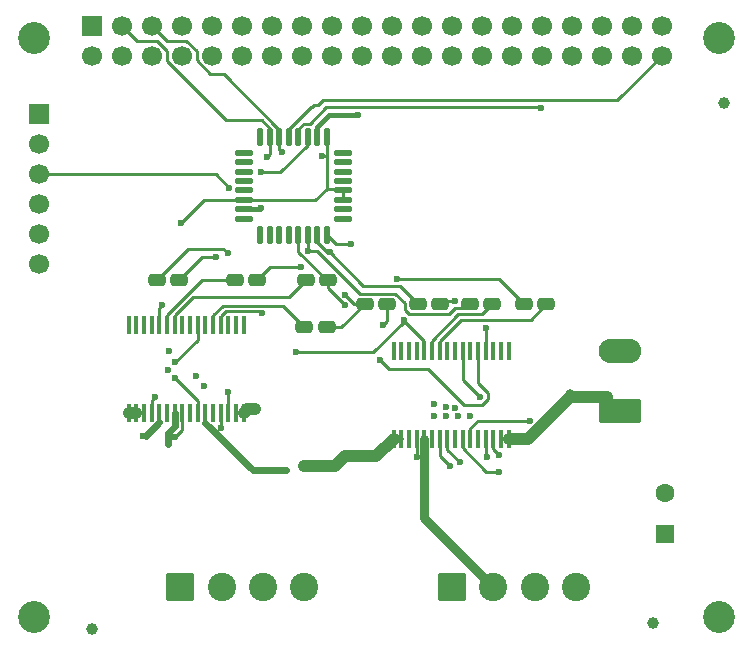
<source format=gtl>
%TF.GenerationSoftware,KiCad,Pcbnew,9.0.7*%
%TF.CreationDate,2026-02-05T23:33:27-06:00*%
%TF.ProjectId,dac_amp,6461635f-616d-4702-9e6b-696361645f70,rev?*%
%TF.SameCoordinates,Original*%
%TF.FileFunction,Copper,L1,Top*%
%TF.FilePolarity,Positive*%
%FSLAX46Y46*%
G04 Gerber Fmt 4.6, Leading zero omitted, Abs format (unit mm)*
G04 Created by KiCad (PCBNEW 9.0.7) date 2026-02-05 23:33:27*
%MOMM*%
%LPD*%
G01*
G04 APERTURE LIST*
G04 Aperture macros list*
%AMRoundRect*
0 Rectangle with rounded corners*
0 $1 Rounding radius*
0 $2 $3 $4 $5 $6 $7 $8 $9 X,Y pos of 4 corners*
0 Add a 4 corners polygon primitive as box body*
4,1,4,$2,$3,$4,$5,$6,$7,$8,$9,$2,$3,0*
0 Add four circle primitives for the rounded corners*
1,1,$1+$1,$2,$3*
1,1,$1+$1,$4,$5*
1,1,$1+$1,$6,$7*
1,1,$1+$1,$8,$9*
0 Add four rect primitives between the rounded corners*
20,1,$1+$1,$2,$3,$4,$5,0*
20,1,$1+$1,$4,$5,$6,$7,0*
20,1,$1+$1,$6,$7,$8,$9,0*
20,1,$1+$1,$8,$9,$2,$3,0*%
G04 Aperture macros list end*
%TA.AperFunction,SMDPad,CuDef*%
%ADD10C,1.000000*%
%TD*%
%TA.AperFunction,ComponentPad*%
%ADD11RoundRect,0.250001X-0.949999X-0.949999X0.949999X-0.949999X0.949999X0.949999X-0.949999X0.949999X0*%
%TD*%
%TA.AperFunction,ComponentPad*%
%ADD12C,2.400000*%
%TD*%
%TA.AperFunction,ComponentPad*%
%ADD13RoundRect,0.250000X0.550000X-0.550000X0.550000X0.550000X-0.550000X0.550000X-0.550000X-0.550000X0*%
%TD*%
%TA.AperFunction,ComponentPad*%
%ADD14C,1.600000*%
%TD*%
%TA.AperFunction,SMDPad,CuDef*%
%ADD15RoundRect,0.137500X-0.137500X0.600000X-0.137500X-0.600000X0.137500X-0.600000X0.137500X0.600000X0*%
%TD*%
%TA.AperFunction,SMDPad,CuDef*%
%ADD16RoundRect,0.137500X-0.600000X0.137500X-0.600000X-0.137500X0.600000X-0.137500X0.600000X0.137500X0*%
%TD*%
%TA.AperFunction,SMDPad,CuDef*%
%ADD17RoundRect,0.100000X-0.100000X0.687500X-0.100000X-0.687500X0.100000X-0.687500X0.100000X0.687500X0*%
%TD*%
%TA.AperFunction,ComponentPad*%
%ADD18R,1.700000X1.700000*%
%TD*%
%TA.AperFunction,ComponentPad*%
%ADD19C,1.700000*%
%TD*%
%TA.AperFunction,ComponentPad*%
%ADD20RoundRect,0.250001X-0.949999X0.949999X-0.949999X-0.949999X0.949999X-0.949999X0.949999X0.949999X0*%
%TD*%
%TA.AperFunction,ComponentPad*%
%ADD21C,2.700000*%
%TD*%
%TA.AperFunction,ComponentPad*%
%ADD22RoundRect,0.249999X-1.550001X0.790001X-1.550001X-0.790001X1.550001X-0.790001X1.550001X0.790001X0*%
%TD*%
%TA.AperFunction,ComponentPad*%
%ADD23O,3.600000X2.080000*%
%TD*%
%TA.AperFunction,SMDPad,CuDef*%
%ADD24RoundRect,0.250000X-0.475000X0.250000X-0.475000X-0.250000X0.475000X-0.250000X0.475000X0.250000X0*%
%TD*%
%TA.AperFunction,SMDPad,CuDef*%
%ADD25RoundRect,0.250000X0.475000X-0.250000X0.475000X0.250000X-0.475000X0.250000X-0.475000X-0.250000X0*%
%TD*%
%TA.AperFunction,ViaPad*%
%ADD26C,0.600000*%
%TD*%
%TA.AperFunction,ViaPad*%
%ADD27C,0.800000*%
%TD*%
%TA.AperFunction,Conductor*%
%ADD28C,0.400000*%
%TD*%
%TA.AperFunction,Conductor*%
%ADD29C,0.250000*%
%TD*%
%TA.AperFunction,Conductor*%
%ADD30C,1.000000*%
%TD*%
%TA.AperFunction,Conductor*%
%ADD31C,0.500000*%
%TD*%
%TA.AperFunction,Conductor*%
%ADD32C,0.600000*%
%TD*%
%TA.AperFunction,Conductor*%
%ADD33C,0.750000*%
%TD*%
G04 APERTURE END LIST*
D10*
%TO.P,REF\u002A\u002A,*%
%TO.N,*%
X157500000Y-86000000D03*
%TD*%
%TO.P,REF\u002A\u002A,*%
%TO.N,*%
X163500000Y-42000000D03*
%TD*%
%TO.P,REF\u002A\u002A,*%
%TO.N,*%
X110000000Y-86500000D03*
%TD*%
D11*
%TO.P,J3,1,Pin_1*%
%TO.N,/U3_OUTPL*%
X117500000Y-83000000D03*
D12*
%TO.P,J3,2,Pin_2*%
%TO.N,/U3_OUTNL*%
X121000000Y-83000000D03*
%TO.P,J3,3,Pin_3*%
%TO.N,/U3_OUTPR*%
X124500000Y-83000000D03*
%TO.P,J3,4,Pin_4*%
%TO.N,/U3_OUTNR*%
X128000000Y-83000000D03*
%TD*%
D13*
%TO.P,C31,1*%
%TO.N,/+12V*%
X158500000Y-78500000D03*
D14*
%TO.P,C31,2*%
%TO.N,GND*%
X158500000Y-75000000D03*
%TD*%
D15*
%TO.P,U1,1,DVDD*%
%TO.N,+3.3V*%
X129887500Y-44837500D03*
%TO.P,U1,2,DGND*%
%TO.N,GND*%
X129087500Y-44837500D03*
%TO.P,U1,3,BCK*%
%TO.N,I2S_BCK*%
X128287500Y-44837500D03*
%TO.P,U1,4,LRCK*%
%TO.N,I2S_LRCK*%
X127487500Y-44837500D03*
%TO.P,U1,5,DIN*%
%TO.N,I2S_DOUT*%
X126687500Y-44837500D03*
%TO.P,U1,6,SCL*%
%TO.N,I2C_SCL*%
X125887500Y-44837500D03*
%TO.P,U1,7,SDA*%
%TO.N,I2C_SDA*%
X125087500Y-44837500D03*
%TO.P,U1,8*%
%TO.N,N/C*%
X124287500Y-44837500D03*
D16*
%TO.P,U1,9*%
X122925000Y-46200000D03*
%TO.P,U1,10*%
X122925000Y-47000000D03*
%TO.P,U1,11*%
X122925000Y-47800000D03*
%TO.P,U1,12*%
X122925000Y-48600000D03*
%TO.P,U1,13*%
X122925000Y-49400000D03*
%TO.P,U1,14,AVDD*%
%TO.N,+3.3V*%
X122925000Y-50200000D03*
%TO.P,U1,15,AGND*%
%TO.N,GND*%
X122925000Y-51000000D03*
%TO.P,U1,16*%
%TO.N,N/C*%
X122925000Y-51800000D03*
D15*
%TO.P,U1,17*%
X124287500Y-53162500D03*
%TO.P,U1,18*%
X125087500Y-53162500D03*
%TO.P,U1,19*%
X125887500Y-53162500D03*
%TO.P,U1,20*%
X126687500Y-53162500D03*
%TO.P,U1,21,OUTL+*%
%TO.N,/DAC_OUTL+*%
X127487500Y-53162500D03*
%TO.P,U1,22,OUTL-*%
%TO.N,/DAC_OUTL-*%
X128287500Y-53162500D03*
%TO.P,U1,23,OUTR+*%
%TO.N,/DAC_OUTR+*%
X129087500Y-53162500D03*
%TO.P,U1,24,OUTR-*%
%TO.N,/DAC_OUTR-*%
X129887500Y-53162500D03*
D16*
%TO.P,U1,25*%
%TO.N,N/C*%
X131250000Y-51800000D03*
%TO.P,U1,26*%
X131250000Y-51000000D03*
%TO.P,U1,27,XSMT*%
%TO.N,+3.3V*%
X131250000Y-50200000D03*
%TO.P,U1,28,MUTE*%
X131250000Y-49400000D03*
%TO.P,U1,29*%
%TO.N,N/C*%
X131250000Y-48600000D03*
%TO.P,U1,30*%
X131250000Y-47800000D03*
%TO.P,U1,31*%
X131250000Y-47000000D03*
%TO.P,U1,32*%
X131250000Y-46200000D03*
%TD*%
D17*
%TO.P,U3,1,MODSEL*%
%TO.N,GND*%
X122875000Y-60787500D03*
%TO.P,U3,2,SDZ*%
%TO.N,/+12V*%
X122225000Y-60787500D03*
%TO.P,U3,3,FAULTZ*%
%TO.N,unconnected-(U3-FAULTZ-Pad3)*%
X121575000Y-60787500D03*
%TO.P,U3,4,RINP*%
%TO.N,/U3_RINP*%
X120925000Y-60787500D03*
%TO.P,U3,5,RINN*%
%TO.N,/U3_RINN*%
X120275000Y-60787500D03*
%TO.P,U3,6,PLIMIT*%
%TO.N,unconnected-(U3-PLIMIT-Pad6)*%
X119625000Y-60787500D03*
%TO.P,U3,7,GVDD*%
%TO.N,/U3_GVDD*%
X118975000Y-60787500D03*
%TO.P,U3,8,GAIN/SLV*%
%TO.N,GND*%
X118325000Y-60787500D03*
%TO.P,U3,9,GND_9*%
X117675000Y-60787500D03*
%TO.P,U3,10,LINP*%
%TO.N,/U3_LINP*%
X117025000Y-60787500D03*
%TO.P,U3,11,LINN*%
%TO.N,/U3_LINN*%
X116375000Y-60787500D03*
%TO.P,U3,12,MUTE*%
%TO.N,+3.3V*%
X115725000Y-60787500D03*
%TO.P,U3,13,AM2*%
%TO.N,GND*%
X115075000Y-60787500D03*
%TO.P,U3,14,AM1*%
X114425000Y-60787500D03*
%TO.P,U3,15,AM0*%
X113775000Y-60787500D03*
%TO.P,U3,16,SYNC*%
%TO.N,unconnected-(U3-SYNC-Pad16)*%
X113125000Y-60787500D03*
%TO.P,U3,17,AVCC*%
%TO.N,/+12V*%
X113125000Y-68212500D03*
%TO.P,U3,18,PVCC_18*%
X113775000Y-68212500D03*
%TO.P,U3,19,PVCC_19*%
X114425000Y-68212500D03*
%TO.P,U3,20,BSNL*%
%TO.N,/U3_BSNL*%
X115075000Y-68212500D03*
%TO.P,U3,21,OUTNL*%
%TO.N,/U3_OUTNL*%
X115725000Y-68212500D03*
%TO.P,U3,22,GND_22*%
%TO.N,GND*%
X116375000Y-68212500D03*
%TO.P,U3,23,OUTPL*%
%TO.N,/U3_OUTPL*%
X117025000Y-68212500D03*
%TO.P,U3,24,BSPL*%
%TO.N,/U3_BSPL*%
X117675000Y-68212500D03*
%TO.P,U3,25,GND_25*%
%TO.N,GND*%
X118325000Y-68212500D03*
%TO.P,U3,26,BSNR*%
%TO.N,/U3_BSNR*%
X118975000Y-68212500D03*
%TO.P,U3,27,OUTNR*%
%TO.N,/U3_OUTNR*%
X119625000Y-68212500D03*
%TO.P,U3,28,GND_28*%
%TO.N,GND*%
X120275000Y-68212500D03*
%TO.P,U3,29,OUTPR*%
%TO.N,/U3_OUTPR*%
X120925000Y-68212500D03*
%TO.P,U3,30,BSPR*%
%TO.N,/U3_BSPR*%
X121575000Y-68212500D03*
%TO.P,U3,31,PVCC_31*%
%TO.N,/+12V*%
X122225000Y-68212500D03*
%TO.P,U3,32,PVCC_32*%
X122875000Y-68212500D03*
%TD*%
D18*
%TO.P,J7,1,Pin_1*%
%TO.N,unconnected-(J7-Pin_1-Pad1)*%
X109980000Y-35460000D03*
D19*
%TO.P,J7,2,Pin_2*%
%TO.N,unconnected-(J7-Pin_2-Pad2)*%
X109980000Y-38000000D03*
%TO.P,J7,3,Pin_3*%
%TO.N,I2C_SDA*%
X112520000Y-35460000D03*
%TO.P,J7,4,Pin_4*%
%TO.N,unconnected-(J7-Pin_4-Pad4)*%
X112520000Y-38000000D03*
%TO.P,J7,5,Pin_5*%
%TO.N,I2C_SCL*%
X115060000Y-35460000D03*
%TO.P,J7,6,Pin_6*%
%TO.N,unconnected-(J7-Pin_6-Pad6)*%
X115060000Y-38000000D03*
%TO.P,J7,7,Pin_7*%
%TO.N,unconnected-(J7-Pin_7-Pad7)*%
X117600000Y-35460000D03*
%TO.P,J7,8,Pin_8*%
%TO.N,unconnected-(J7-Pin_8-Pad8)*%
X117600000Y-38000000D03*
%TO.P,J7,9,Pin_9*%
%TO.N,unconnected-(J7-Pin_9-Pad9)*%
X120140000Y-35460000D03*
%TO.P,J7,10,Pin_10*%
%TO.N,unconnected-(J7-Pin_10-Pad10)*%
X120140000Y-38000000D03*
%TO.P,J7,11,Pin_11*%
%TO.N,unconnected-(J7-Pin_11-Pad11)*%
X122680000Y-35460000D03*
%TO.P,J7,12,Pin_12*%
%TO.N,I2S_BCK*%
X122680000Y-38000000D03*
%TO.P,J7,13,Pin_13*%
%TO.N,unconnected-(J7-Pin_13-Pad13)*%
X125220000Y-35460000D03*
%TO.P,J7,14,Pin_14*%
%TO.N,unconnected-(J7-Pin_14-Pad14)*%
X125220000Y-38000000D03*
%TO.P,J7,15,Pin_15*%
%TO.N,unconnected-(J7-Pin_15-Pad15)*%
X127760000Y-35460000D03*
%TO.P,J7,16,Pin_16*%
%TO.N,unconnected-(J7-Pin_16-Pad16)*%
X127760000Y-38000000D03*
%TO.P,J7,17,Pin_17*%
%TO.N,unconnected-(J7-Pin_17-Pad17)*%
X130300000Y-35460000D03*
%TO.P,J7,18,Pin_18*%
%TO.N,unconnected-(J7-Pin_18-Pad18)*%
X130300000Y-38000000D03*
%TO.P,J7,19,Pin_19*%
%TO.N,unconnected-(J7-Pin_19-Pad19)*%
X132840000Y-35460000D03*
%TO.P,J7,20,Pin_20*%
%TO.N,unconnected-(J7-Pin_20-Pad20)*%
X132840000Y-38000000D03*
%TO.P,J7,21,Pin_21*%
%TO.N,unconnected-(J7-Pin_21-Pad21)*%
X135380000Y-35460000D03*
%TO.P,J7,22,Pin_22*%
%TO.N,unconnected-(J7-Pin_22-Pad22)*%
X135380000Y-38000000D03*
%TO.P,J7,23,Pin_23*%
%TO.N,unconnected-(J7-Pin_23-Pad23)*%
X137920000Y-35460000D03*
%TO.P,J7,24,Pin_24*%
%TO.N,unconnected-(J7-Pin_24-Pad24)*%
X137920000Y-38000000D03*
%TO.P,J7,25,Pin_25*%
%TO.N,unconnected-(J7-Pin_25-Pad25)*%
X140460000Y-35460000D03*
%TO.P,J7,26,Pin_26*%
%TO.N,unconnected-(J7-Pin_26-Pad26)*%
X140460000Y-38000000D03*
%TO.P,J7,27,Pin_27*%
%TO.N,unconnected-(J7-Pin_27-Pad27)*%
X143000000Y-35460000D03*
%TO.P,J7,28,Pin_28*%
%TO.N,unconnected-(J7-Pin_28-Pad28)*%
X143000000Y-38000000D03*
%TO.P,J7,29,Pin_29*%
%TO.N,unconnected-(J7-Pin_29-Pad29)*%
X145540000Y-35460000D03*
%TO.P,J7,30,Pin_30*%
%TO.N,unconnected-(J7-Pin_30-Pad30)*%
X145540000Y-38000000D03*
%TO.P,J7,31,Pin_31*%
%TO.N,unconnected-(J7-Pin_31-Pad31)*%
X148080000Y-35460000D03*
%TO.P,J7,32,Pin_32*%
%TO.N,unconnected-(J7-Pin_32-Pad32)*%
X148080000Y-38000000D03*
%TO.P,J7,33,Pin_33*%
%TO.N,unconnected-(J7-Pin_33-Pad33)*%
X150620000Y-35460000D03*
%TO.P,J7,34,Pin_34*%
%TO.N,GND*%
X150620000Y-38000000D03*
%TO.P,J7,35,Pin_35*%
%TO.N,I2S_LRCK*%
X153160000Y-35460000D03*
%TO.P,J7,36,Pin_36*%
%TO.N,unconnected-(J7-Pin_36-Pad36)*%
X153160000Y-38000000D03*
%TO.P,J7,37,Pin_37*%
%TO.N,unconnected-(J7-Pin_37-Pad37)*%
X155700000Y-35460000D03*
%TO.P,J7,38,Pin_38*%
%TO.N,unconnected-(J7-Pin_38-Pad38)*%
X155700000Y-38000000D03*
%TO.P,J7,39,Pin_39*%
%TO.N,unconnected-(J7-Pin_39-Pad39)*%
X158240000Y-35460000D03*
%TO.P,J7,40,Pin_40*%
%TO.N,I2S_DOUT*%
X158240000Y-38000000D03*
%TD*%
D17*
%TO.P,U4,1,MODSEL*%
%TO.N,GND*%
X145300000Y-63000000D03*
%TO.P,U4,2,SDZ*%
%TO.N,/+12V*%
X144650000Y-63000000D03*
%TO.P,U4,3,FAULTZ*%
%TO.N,unconnected-(U4-FAULTZ-Pad3)*%
X144000000Y-63000000D03*
%TO.P,U4,4,RINP*%
%TO.N,/U4_RINP*%
X143350000Y-63000000D03*
%TO.P,U4,5,RINN*%
%TO.N,/U4_RINN*%
X142700000Y-63000000D03*
%TO.P,U4,6,PLIMIT*%
%TO.N,unconnected-(U4-PLIMIT-Pad6)*%
X142050000Y-63000000D03*
%TO.P,U4,7,GVDD*%
%TO.N,/U4_GVDD*%
X141400000Y-63000000D03*
%TO.P,U4,8,GAIN/SLV*%
%TO.N,GND*%
X140750000Y-63000000D03*
%TO.P,U4,9,GND_9*%
X140100000Y-63000000D03*
%TO.P,U4,10,LINP*%
%TO.N,/U4_LINP*%
X139450000Y-63000000D03*
%TO.P,U4,11,LINN*%
%TO.N,/U4_LINN*%
X138800000Y-63000000D03*
%TO.P,U4,12,MUTE*%
%TO.N,+3.3V*%
X138150000Y-63000000D03*
%TO.P,U4,13,AM2*%
%TO.N,GND*%
X137500000Y-63000000D03*
%TO.P,U4,14,AM1*%
X136850000Y-63000000D03*
%TO.P,U4,15,AM0*%
X136200000Y-63000000D03*
%TO.P,U4,16,SYNC*%
%TO.N,unconnected-(U4-SYNC-Pad16)*%
X135550000Y-63000000D03*
%TO.P,U4,17,AVCC*%
%TO.N,/+12V*%
X135550000Y-70425000D03*
%TO.P,U4,18,PVCC_18*%
X136200000Y-70425000D03*
%TO.P,U4,19,PVCC_19*%
X136850000Y-70425000D03*
%TO.P,U4,20,BSNL*%
%TO.N,/U4_BSNL*%
X137500000Y-70425000D03*
%TO.P,U4,21,OUTNL*%
%TO.N,/U4_OUTNL*%
X138150000Y-70425000D03*
%TO.P,U4,22,GND_22*%
%TO.N,GND*%
X138800000Y-70425000D03*
%TO.P,U4,23,OUTPL*%
%TO.N,/U4_OUTPL*%
X139450000Y-70425000D03*
%TO.P,U4,24,BSPL*%
%TO.N,/U4_BSPL*%
X140100000Y-70425000D03*
%TO.P,U4,25,GND_25*%
%TO.N,GND*%
X140750000Y-70425000D03*
%TO.P,U4,26,BSNR*%
%TO.N,/U4_BSNR*%
X141400000Y-70425000D03*
%TO.P,U4,27,OUTNR*%
%TO.N,/U4_OUTNR*%
X142050000Y-70425000D03*
%TO.P,U4,28,GND_28*%
%TO.N,GND*%
X142700000Y-70425000D03*
%TO.P,U4,29,OUTPR*%
%TO.N,/U4_OUTPR*%
X143350000Y-70425000D03*
%TO.P,U4,30,BSPR*%
%TO.N,/U4_BSPR*%
X144000000Y-70425000D03*
%TO.P,U4,31,PVCC_31*%
%TO.N,/+12V*%
X144650000Y-70425000D03*
%TO.P,U4,32,PVCC_32*%
X145300000Y-70425000D03*
%TD*%
D20*
%TO.P,J4,1,Pin_1*%
%TO.N,/U4_OUTPL*%
X140500000Y-83000000D03*
D12*
%TO.P,J4,2,Pin_2*%
%TO.N,/U4_OUTNL*%
X144000000Y-83000000D03*
%TO.P,J4,3,Pin_3*%
%TO.N,/U4_OUTPR*%
X147500000Y-83000000D03*
%TO.P,J4,4,Pin_4*%
%TO.N,/U4_OUTNR*%
X151000000Y-83000000D03*
%TD*%
D21*
%TO.P,H1,1*%
%TO.N,N/C*%
X105100000Y-36520000D03*
%TD*%
%TO.P,H2,1*%
%TO.N,N/C*%
X163100000Y-36520000D03*
%TD*%
%TO.P,H3,1*%
%TO.N,N/C*%
X105100000Y-85520000D03*
%TD*%
%TO.P,H4,1*%
%TO.N,N/C*%
X163100000Y-85520000D03*
%TD*%
D18*
%TO.P,J1,1,Pin_1*%
%TO.N,unconnected-(J1-Pin_1-Pad1)*%
X105500000Y-42960000D03*
D19*
%TO.P,J1,2,Pin_2*%
%TO.N,unconnected-(J1-Pin_2-Pad2)*%
X105500000Y-45500000D03*
%TO.P,J1,3,Pin_3*%
%TO.N,I2S_BCK*%
X105500000Y-48040000D03*
%TO.P,J1,4,Pin_4*%
%TO.N,unconnected-(J1-Pin_4-Pad4)*%
X105500000Y-50580000D03*
%TO.P,J1,5,Pin_5*%
%TO.N,unconnected-(J1-Pin_5-Pad5)*%
X105500000Y-53120000D03*
%TO.P,J1,6,Pin_6*%
%TO.N,unconnected-(J1-Pin_6-Pad6)*%
X105500000Y-55660000D03*
%TD*%
D22*
%TO.P,J2,1,Pin_1*%
%TO.N,/+12V*%
X154722500Y-68045000D03*
D23*
%TO.P,J2,2,Pin_2*%
%TO.N,GND*%
X154722500Y-62965000D03*
%TD*%
D24*
%TO.P,C27,1*%
%TO.N,/DAC_OUTL+*%
X146600000Y-59000000D03*
%TO.P,C27,2*%
%TO.N,/U4_LINP*%
X148500000Y-59000000D03*
%TD*%
%TO.P,C28,1*%
%TO.N,/DAC_OUTL-*%
X142000000Y-59000000D03*
%TO.P,C28,2*%
%TO.N,/U4_LINN*%
X143900000Y-59000000D03*
%TD*%
D25*
%TO.P,C25,1*%
%TO.N,/DAC_OUTR+*%
X117400000Y-57000000D03*
%TO.P,C25,2*%
%TO.N,/U3_RINP*%
X115500000Y-57000000D03*
%TD*%
D24*
%TO.P,C30,1*%
%TO.N,/DAC_OUTR-*%
X133100000Y-59000000D03*
%TO.P,C30,2*%
%TO.N,/U4_RINN*%
X135000000Y-59000000D03*
%TD*%
%TO.P,C29,1*%
%TO.N,/DAC_OUTR+*%
X137600000Y-59000000D03*
%TO.P,C29,2*%
%TO.N,/U4_RINP*%
X139500000Y-59000000D03*
%TD*%
D25*
%TO.P,C23,1*%
%TO.N,/DAC_OUTL+*%
X130000000Y-57000000D03*
%TO.P,C23,2*%
%TO.N,/U3_LINP*%
X128100000Y-57000000D03*
%TD*%
%TO.P,C26,1*%
%TO.N,/DAC_OUTR-*%
X129900000Y-61000000D03*
%TO.P,C26,2*%
%TO.N,/U3_RINN*%
X128000000Y-61000000D03*
%TD*%
%TO.P,C24,1*%
%TO.N,/DAC_OUTL-*%
X124000000Y-57000000D03*
%TO.P,C24,2*%
%TO.N,/U3_LINN*%
X122100000Y-57000000D03*
%TD*%
D26*
%TO.N,GND*%
X141000000Y-68500000D03*
X140771839Y-67800194D03*
X142000000Y-68500000D03*
X118838909Y-65123752D03*
X116446635Y-64602735D03*
X139000000Y-68500000D03*
X124323800Y-50921000D03*
X116500000Y-63000000D03*
X119500000Y-66000000D03*
X132538400Y-43049800D03*
X139979306Y-67701127D03*
X139000000Y-67500000D03*
X140000000Y-68500000D03*
%TO.N,+3.3V*%
X136406200Y-60369300D03*
X127319500Y-63106200D03*
X115969600Y-59111000D03*
X129512800Y-46487200D03*
X117575400Y-52126200D03*
%TO.N,I2S_BCK*%
X121653900Y-49168300D03*
X124323800Y-47842000D03*
%TO.N,I2C_SDA*%
X124842300Y-46528400D03*
%TO.N,I2S_LRCK*%
X147994900Y-42391200D03*
%TO.N,I2C_SCL*%
X126098300Y-46187200D03*
D27*
%TO.N,/+12V*%
X131450000Y-71887600D03*
X127999900Y-72754000D03*
X150475000Y-66616800D03*
X123802700Y-67939000D03*
D26*
%TO.N,/U3_BSPL*%
X117084700Y-70264700D03*
%TO.N,/U3_BSNL*%
X115338100Y-66865400D03*
%TO.N,/U3_BSPR*%
X121498900Y-66430700D03*
%TO.N,/U3_BSNR*%
X117017600Y-65260500D03*
%TO.N,/U4_BSNL*%
X137498700Y-71942000D03*
%TO.N,/U4_BSPL*%
X141138100Y-72399400D03*
%TO.N,/U4_BSNR*%
X144522100Y-73232300D03*
%TO.N,/U4_BSPR*%
X144476100Y-71773500D03*
%TO.N,/U3_GVDD*%
X117043800Y-63957800D03*
%TO.N,/U4_GVDD*%
X142832100Y-66884000D03*
%TO.N,/DAC_OUTL+*%
X135840300Y-56863300D03*
X131418100Y-59078400D03*
%TO.N,/DAC_OUTL-*%
X128332500Y-54568100D03*
X127692000Y-55872100D03*
%TO.N,/U3_RINP*%
X124395000Y-59807900D03*
X121537800Y-54729200D03*
%TO.N,/DAC_OUTR+*%
X130161100Y-54654900D03*
X120539100Y-55052100D03*
%TO.N,/DAC_OUTR-*%
X131912200Y-53958700D03*
X131462300Y-58221200D03*
%TO.N,/U4_RINP*%
X143350000Y-61032900D03*
X140750000Y-58760600D03*
%TO.N,/U4_RINN*%
X134435800Y-63787500D03*
X134687900Y-60769200D03*
%TO.N,/U3_OUTNL*%
X114334200Y-70176500D03*
%TO.N,/U3_OUTNR*%
X126466500Y-73080900D03*
%TO.N,/U3_OUTPR*%
X120982700Y-69502200D03*
%TO.N,/U3_OUTPL*%
X116505100Y-70893000D03*
%TO.N,/U4_OUTNR*%
X147107500Y-68916500D03*
%TO.N,/U4_OUTPL*%
X140309500Y-72702400D03*
%TO.N,/U4_OUTPR*%
X143471900Y-71986000D03*
%TD*%
D28*
%TO.N,GND*%
X132538400Y-43049800D02*
X130095800Y-43049800D01*
X129087500Y-44058100D02*
X129087500Y-44837500D01*
X124244800Y-51000000D02*
X122925000Y-51000000D01*
X124323800Y-50921000D02*
X124244800Y-51000000D01*
X130095800Y-43049800D02*
X129087500Y-44058100D01*
D29*
%TO.N,+3.3V*%
X138150000Y-62129200D02*
X138150000Y-63000000D01*
X129887500Y-49250000D02*
X128937500Y-50200000D01*
X128937500Y-50200000D02*
X122925000Y-50200000D01*
X115725000Y-59355600D02*
X115725000Y-60787500D01*
X127319500Y-63106200D02*
X133810000Y-63106200D01*
X131250000Y-50200000D02*
X131250000Y-49400000D01*
X131100000Y-49250000D02*
X129887500Y-49250000D01*
X119501600Y-50200000D02*
X122925000Y-50200000D01*
X129887500Y-46487200D02*
X129887500Y-44837500D01*
X129512800Y-46487200D02*
X129887500Y-46487200D01*
X129887500Y-49250000D02*
X129887500Y-46487200D01*
X131250000Y-49400000D02*
X131100000Y-49250000D01*
X136406200Y-60510000D02*
X136530800Y-60510000D01*
X136530800Y-60510000D02*
X138150000Y-62129200D01*
X117575400Y-52126200D02*
X119501600Y-50200000D01*
X136406200Y-60510000D02*
X136406200Y-60369300D01*
X115969600Y-59111000D02*
X115725000Y-59355600D01*
X133810000Y-63106200D02*
X136406200Y-60510000D01*
%TO.N,I2S_BCK*%
X128287500Y-45517200D02*
X128287500Y-44837500D01*
X120525600Y-48040000D02*
X121653900Y-49168300D01*
X125962700Y-47842000D02*
X128287500Y-45517200D01*
X124323800Y-47842000D02*
X125962700Y-47842000D01*
X105500000Y-48040000D02*
X120525600Y-48040000D01*
%TO.N,I2C_SDA*%
X115490900Y-36730000D02*
X113790000Y-36730000D01*
X116330000Y-38409900D02*
X116330000Y-37569100D01*
X113790000Y-36730000D02*
X112520000Y-35460000D01*
X125087500Y-44837500D02*
X125087500Y-44173000D01*
X124842300Y-46528400D02*
X125087500Y-46283200D01*
X121391900Y-43471800D02*
X116330000Y-38409900D01*
X125087500Y-44173000D02*
X124386300Y-43471800D01*
X125087500Y-46283200D02*
X125087500Y-44837500D01*
X116330000Y-37569100D02*
X115490900Y-36730000D01*
X124386300Y-43471800D02*
X121391900Y-43471800D01*
%TO.N,I2S_LRCK*%
X128479600Y-43734300D02*
X129859100Y-42354800D01*
X129859100Y-42354800D02*
X147958500Y-42354800D01*
X147958500Y-42354800D02*
X147994900Y-42391200D01*
X127487500Y-44236100D02*
X127989300Y-43734300D01*
X127487500Y-44837500D02*
X127487500Y-44236100D01*
X127989300Y-43734300D02*
X128479600Y-43734300D01*
%TO.N,I2C_SCL*%
X125887500Y-44837500D02*
X125887500Y-44241600D01*
X117994800Y-36730000D02*
X116330000Y-36730000D01*
X116330000Y-36730000D02*
X115060000Y-35460000D01*
X125887500Y-44241600D02*
X121223600Y-39577700D01*
X121223600Y-39577700D02*
X120051800Y-39577700D01*
X118870000Y-37605200D02*
X117994800Y-36730000D01*
X125887500Y-45976400D02*
X125887500Y-44837500D01*
X120051800Y-39577700D02*
X118870000Y-38395900D01*
X118870000Y-38395900D02*
X118870000Y-37605200D01*
X126098300Y-46187200D02*
X125887500Y-45976400D01*
%TO.N,I2S_DOUT*%
X129351000Y-41998900D02*
X129165400Y-42184500D01*
X128822600Y-42186000D02*
X128635500Y-42373100D01*
X128548300Y-42373100D02*
X126687500Y-44233900D01*
X128824100Y-42184500D02*
X128822600Y-42186000D01*
X158240000Y-38000000D02*
X154505700Y-41734300D01*
X154505700Y-41734300D02*
X129615600Y-41734300D01*
X129615600Y-41734300D02*
X129351000Y-41998900D01*
X128635500Y-42373100D02*
X128548300Y-42373100D01*
X129165400Y-42184500D02*
X128824100Y-42184500D01*
X128822600Y-42186000D02*
X128635500Y-42373100D01*
X126687500Y-44233900D02*
X126687500Y-44837500D01*
X129351000Y-41998900D02*
X129165400Y-42184500D01*
D30*
%TO.N,/+12V*%
X146965700Y-70425000D02*
X145300000Y-70425000D01*
X123148500Y-67939000D02*
X122875000Y-68212500D01*
D31*
X153593200Y-66915700D02*
X154722500Y-68045000D01*
D30*
X113775000Y-68212500D02*
X113125000Y-68212500D01*
X150475000Y-66915700D02*
X153593200Y-66915700D01*
X150475000Y-66915700D02*
X146965700Y-70425000D01*
X134087400Y-71887600D02*
X135550000Y-70425000D01*
D31*
X150475000Y-66915700D02*
X150475000Y-66616800D01*
D30*
X131450000Y-71887600D02*
X134087400Y-71887600D01*
X130583600Y-72754000D02*
X131450000Y-71887600D01*
X123802700Y-67939000D02*
X123148500Y-67939000D01*
X127999900Y-72754000D02*
X130583600Y-72754000D01*
D31*
X136200000Y-70425000D02*
X135550000Y-70425000D01*
D29*
%TO.N,/U3_BSPL*%
X117675000Y-68212500D02*
X117675000Y-69674400D01*
X117675000Y-69674400D02*
X117084700Y-70264700D01*
%TO.N,/U3_BSNL*%
X115075000Y-67128500D02*
X115075000Y-68212500D01*
X115338100Y-66865400D02*
X115075000Y-67128500D01*
%TO.N,/U3_BSPR*%
X121575000Y-68212500D02*
X121575000Y-66506800D01*
X121575000Y-66506800D02*
X121498900Y-66430700D01*
%TO.N,/U3_BSNR*%
X118975000Y-68212500D02*
X118975000Y-67217900D01*
X118975000Y-67217900D02*
X117017600Y-65260500D01*
%TO.N,/U4_BSNL*%
X137498700Y-70426300D02*
X137500000Y-70425000D01*
X137498700Y-71942000D02*
X137498700Y-70426300D01*
%TO.N,/U4_BSPL*%
X140100000Y-71361300D02*
X140100000Y-70425000D01*
X141138100Y-72399400D02*
X140100000Y-71361300D01*
%TO.N,/U4_BSNR*%
X141400000Y-70425000D02*
X141400000Y-71224800D01*
X143407500Y-73232300D02*
X144522100Y-73232300D01*
X141400000Y-71224800D02*
X143407500Y-73232300D01*
%TO.N,/U4_BSPR*%
X144476100Y-71773500D02*
X144000000Y-71297400D01*
X144000000Y-71297400D02*
X144000000Y-70425000D01*
%TO.N,/U3_GVDD*%
X117043800Y-63957800D02*
X118975000Y-62026600D01*
X118975000Y-62026600D02*
X118975000Y-60787500D01*
%TO.N,/U4_GVDD*%
X142832100Y-66884000D02*
X141400000Y-65451900D01*
X141400000Y-65451900D02*
X141400000Y-63000000D01*
%TO.N,/DAC_OUTL+*%
X129878200Y-57000000D02*
X130000000Y-57000000D01*
X144463300Y-56863300D02*
X146600000Y-59000000D01*
X127487500Y-53162500D02*
X127487500Y-54609300D01*
X130000000Y-57000000D02*
X130000000Y-57660300D01*
X130000000Y-57660300D02*
X131418100Y-59078400D01*
X127487500Y-54609300D02*
X129878200Y-57000000D01*
X135840300Y-56863300D02*
X144463300Y-56863300D01*
%TO.N,/U3_LINP*%
X128100000Y-57000000D02*
X126659000Y-58441000D01*
X118533800Y-58441000D02*
X117025000Y-59949800D01*
X126659000Y-58441000D02*
X118533800Y-58441000D01*
X117025000Y-59949800D02*
X117025000Y-60787500D01*
%TO.N,/U3_LINN*%
X116375000Y-59944800D02*
X116375000Y-60787500D01*
X119319800Y-57000000D02*
X116375000Y-59944800D01*
X122100000Y-57000000D02*
X119319800Y-57000000D01*
%TO.N,/DAC_OUTL-*%
X136863300Y-59874200D02*
X140287500Y-59874200D01*
X129110000Y-54568100D02*
X132714200Y-58172300D01*
X128332500Y-53207500D02*
X128287500Y-53162500D01*
X140287500Y-59874200D02*
X140774400Y-59387300D01*
X127692000Y-55872100D02*
X125127900Y-55872100D01*
X135714200Y-58172300D02*
X136483700Y-58941800D01*
X136483700Y-58941800D02*
X136483700Y-59494600D01*
X125127900Y-55872100D02*
X124000000Y-57000000D01*
X128332500Y-54568100D02*
X129110000Y-54568100D01*
X140774400Y-59387300D02*
X141612700Y-59387300D01*
X141612700Y-59387300D02*
X142000000Y-59000000D01*
X128332500Y-54568100D02*
X128332500Y-53207500D01*
X132714200Y-58172300D02*
X135714200Y-58172300D01*
X136483700Y-59494600D02*
X136863300Y-59874200D01*
%TO.N,/U3_RINP*%
X124395000Y-59807900D02*
X124204600Y-59617500D01*
X124204600Y-59617500D02*
X121353400Y-59617500D01*
X121148400Y-54339800D02*
X121537800Y-54729200D01*
X118160200Y-54339800D02*
X121148400Y-54339800D01*
X121353400Y-59617500D02*
X120925000Y-60045900D01*
X120925000Y-60045900D02*
X120925000Y-60787500D01*
X115500000Y-57000000D02*
X118160200Y-54339800D01*
%TO.N,/DAC_OUTR+*%
X130161100Y-54654900D02*
X132996200Y-57490000D01*
X120539100Y-55052100D02*
X119347900Y-55052100D01*
X129087500Y-53162500D02*
X129087500Y-53800000D01*
X129942400Y-54654900D02*
X130161100Y-54654900D01*
X119347900Y-55052100D02*
X117400000Y-57000000D01*
X136090000Y-57490000D02*
X137600000Y-59000000D01*
X129087500Y-53800000D02*
X129942400Y-54654900D01*
X132996200Y-57490000D02*
X136090000Y-57490000D01*
%TO.N,/DAC_OUTR-*%
X129900000Y-61000000D02*
X131100000Y-61000000D01*
X130683700Y-53958700D02*
X129887500Y-53162500D01*
X131462300Y-58221200D02*
X132241100Y-59000000D01*
X131912200Y-53958700D02*
X130683700Y-53958700D01*
X131100000Y-61000000D02*
X133100000Y-59000000D01*
X132241100Y-59000000D02*
X133100000Y-59000000D01*
%TO.N,/U3_RINN*%
X126165800Y-59165800D02*
X121087300Y-59165800D01*
X120275000Y-59978100D02*
X120275000Y-60787500D01*
X121087300Y-59165800D02*
X120275000Y-59978100D01*
X128000000Y-61000000D02*
X126165800Y-59165800D01*
%TO.N,/U4_LINP*%
X139450000Y-63000000D02*
X139450000Y-62126100D01*
X139450000Y-62126100D02*
X141232800Y-60343300D01*
X141232800Y-60343300D02*
X147156700Y-60343300D01*
X147156700Y-60343300D02*
X148500000Y-59000000D01*
%TO.N,/U4_LINN*%
X143009900Y-59890100D02*
X143900000Y-59000000D01*
X138800000Y-63000000D02*
X138800000Y-62120600D01*
X138800000Y-62120600D02*
X141030500Y-59890100D01*
X141030500Y-59890100D02*
X143009900Y-59890100D01*
%TO.N,/U4_RINP*%
X139739400Y-58760600D02*
X139500000Y-59000000D01*
X143350000Y-61032900D02*
X143350000Y-63000000D01*
X140750000Y-58760600D02*
X139739400Y-58760600D01*
%TO.N,/U4_RINN*%
X141531400Y-67531400D02*
X138500000Y-64500000D01*
X142700000Y-63000000D02*
X142700000Y-65726700D01*
X135000000Y-59000000D02*
X135000000Y-60457100D01*
X135000000Y-60457100D02*
X134687900Y-60769200D01*
X143507100Y-67099800D02*
X143075500Y-67531400D01*
X143507100Y-66533800D02*
X143507100Y-67099800D01*
X142700000Y-65726700D02*
X143507100Y-66533800D01*
X138500000Y-64500000D02*
X135148300Y-64500000D01*
X135148300Y-64500000D02*
X134435800Y-63787500D01*
X143075500Y-67531400D02*
X141531400Y-67531400D01*
%TO.N,/U3_OUTNL*%
X114582700Y-70176500D02*
X114334200Y-70176500D01*
D32*
X115725000Y-69034200D02*
X114582700Y-70176500D01*
D29*
X115725000Y-68212500D02*
X115725000Y-69034200D01*
D32*
%TO.N,/U3_OUTNR*%
X123629300Y-73080900D02*
X119625000Y-69076600D01*
X126466500Y-73080900D02*
X123629300Y-73080900D01*
D29*
X119625000Y-69076600D02*
X119625000Y-68212500D01*
%TO.N,/U3_OUTPR*%
X120982700Y-68270200D02*
X120925000Y-68212500D01*
X120982700Y-69502200D02*
X120982700Y-68270200D01*
D32*
%TO.N,/U3_OUTPL*%
X116441900Y-70829800D02*
X116441900Y-69967200D01*
X116441900Y-69967200D02*
X117025000Y-69384100D01*
X117025000Y-69384100D02*
X117025000Y-68212500D01*
D29*
X116505100Y-70893000D02*
X116441900Y-70829800D01*
%TO.N,/U4_OUTNR*%
X142673600Y-68916500D02*
X147107500Y-68916500D01*
X142050000Y-70425000D02*
X142050000Y-69540100D01*
X142050000Y-69540100D02*
X142673600Y-68916500D01*
D33*
%TO.N,/U4_OUTNL*%
X138150000Y-77150000D02*
X144000000Y-83000000D01*
X138150000Y-70425000D02*
X138150000Y-77150000D01*
D29*
%TO.N,/U4_OUTPL*%
X139450000Y-71842900D02*
X140309500Y-72702400D01*
X139450000Y-70425000D02*
X139450000Y-71842900D01*
%TO.N,/U4_OUTPR*%
X143350000Y-71864100D02*
X143350000Y-70425000D01*
X143471900Y-71986000D02*
X143350000Y-71864100D01*
%TD*%
M02*

</source>
